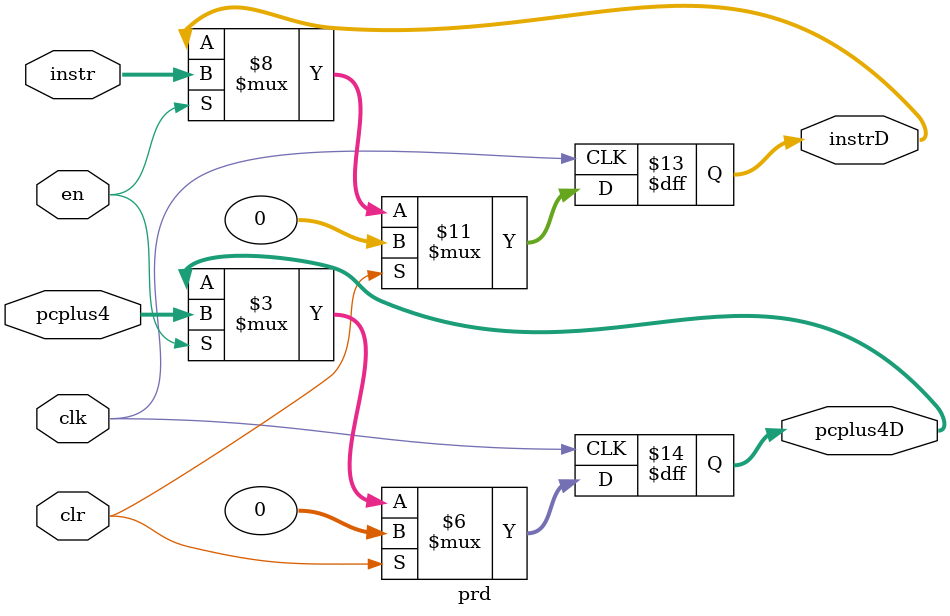
<source format=sv>
`timescale 1ns / 1ps


module prd(
input logic clk,en,clr,
input logic [31:0]instr,
input logic [31:0]pcplus4,
output logic [31:0]instrD,
output logic [31:0]pcplus4D
    );
initial 
    begin
        instrD<=0;
        pcplus4D<=0;
    end
always @(posedge clk)
    if(clr)
        begin   
            instrD <= 0;
            pcplus4D<=0;
        end
    else if(en)
        begin
            instrD <= instr;
            pcplus4D<=pcplus4;
        end
endmodule

</source>
